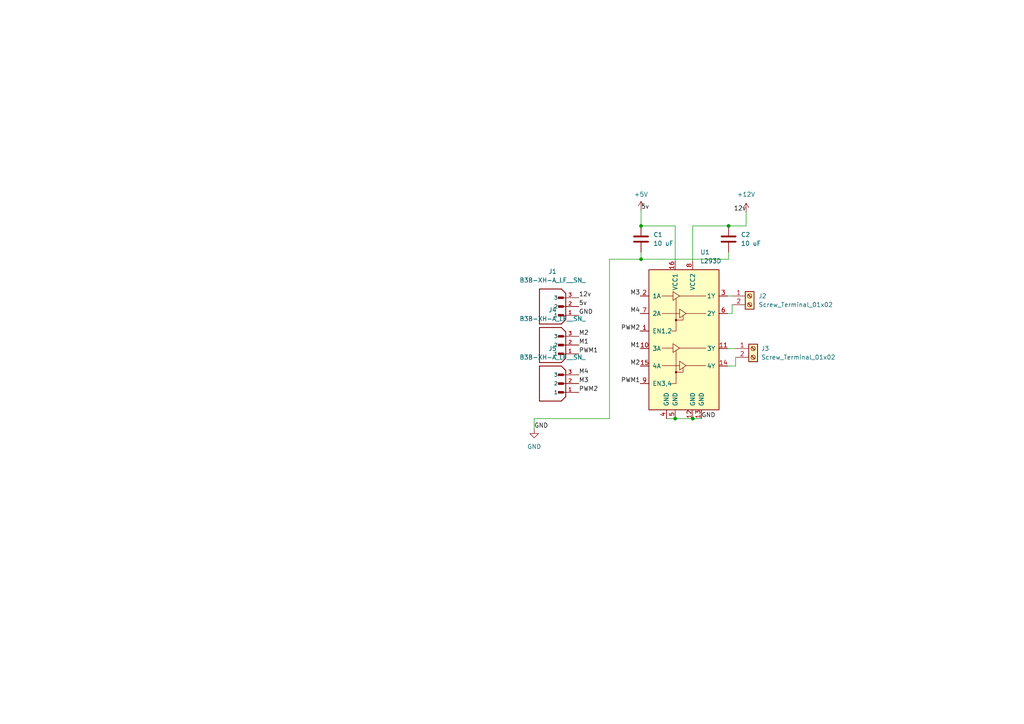
<source format=kicad_sch>
(kicad_sch (version 20231120) (generator "eeschema") (generator_version "8.0")
  (paper "A4")
  (lib_symbols
    (symbol "B3B-XH-A_LF__SN_:B3B-XH-A_LF__SN_" (pin_names (offset 1.016))
      (property "Reference" "J" (at -2.54 6.35 0))
      (property "Value" "B3B-XH-A_LF__SN_" (at -2.54 -7.62 0))
      (symbol "B3B-XH-A_LF__SN__0_0"
        (rectangle (start -3.175 -2.8575) (end -1.5875 -2.2225) (stroke (width 0.1)) (fill (type outline)))
        (rectangle (start -3.175 -0.3175) (end -1.5875 0.3175) (stroke (width 0.1)) (fill (type outline)))
        (rectangle (start -3.175 2.2225) (end -1.5875 2.8575) (stroke (width 0.1)) (fill (type outline)))
        (polyline (pts (xy -3.81 -3.81) (xy -2.54 -5.08)) (stroke (width 0.254)))
        (polyline (pts (xy -3.81 3.81) (xy -3.81 -3.81)) (stroke (width 0.254)))
        (polyline (pts (xy -3.81 3.81) (xy -2.54 5.08)) (stroke (width 0.254)))
        (polyline (pts (xy -2.54 -5.08) (xy 3.81 -5.08)) (stroke (width 0.254)))
        (polyline (pts (xy 3.81 -5.08) (xy 3.81 5.08)) (stroke (width 0.254)))
        (polyline (pts (xy 3.81 5.08) (xy -2.54 5.08)) (stroke (width 0.254)))
        (pin passive line (at -7.62 2.54 0) (length 5.08) (name "1") (number "1"))
        (pin passive line (at -7.62 0 0) (length 5.08) (name "2") (number "2"))
        (pin passive line (at -7.62 -2.54 0) (length 5.08) (name "3") (number "3"))
      )
    )
    (symbol "Connector:Screw_Terminal_01x02" (pin_names (offset 1.016) hide)
      (property "Reference" "J" (at 0 2.54 0))
      (property "Value" "Screw_Terminal_01x02" (at 0 -5.08 0))
      (symbol "Screw_Terminal_01x02_1_1"
        (rectangle (start -1.27 1.27) (end 1.27 -3.81) (stroke (width 0.254)) (fill (type background)))
        (circle (center 0 -2.54) (radius 0.635) (stroke (width 0.1524)))
        (polyline (pts (xy -0.5334 -2.2098) (xy 0.3302 -3.048)) (stroke (width 0.1524)))
        (polyline (pts (xy -0.5334 0.3302) (xy 0.3302 -0.508)) (stroke (width 0.1524)))
        (polyline (pts (xy -0.3556 -2.032) (xy 0.508 -2.8702)) (stroke (width 0.1524)))
        (polyline (pts (xy -0.3556 0.508) (xy 0.508 -0.3302)) (stroke (width 0.1524)))
        (circle (center 0 0) (radius 0.635) (stroke (width 0.1524)))
        (pin passive line (at -5.08 0 0) (length 3.81) (name "Pin_1") (number "1"))
        (pin passive line (at -5.08 -2.54 0) (length 3.81) (name "Pin_2") (number "2"))
      )
    )
    (symbol "Device:C" (pin_numbers hide) (pin_names (offset 0.254))
      (property "Reference" "C" (at 0.635 2.54 0))
      (property "Value" "C" (at 0.635 -2.54 0))
      (symbol "C_0_1"
        (polyline (pts (xy -2.032 -0.762) (xy 2.032 -0.762)) (stroke (width 0.508)))
        (polyline (pts (xy -2.032 0.762) (xy 2.032 0.762)) (stroke (width 0.508)))
      )
      (symbol "C_1_1"
        (pin passive line (at 0 3.81 270) (length 2.794) (name "~") (number "1"))
        (pin passive line (at 0 -3.81 90) (length 2.794) (name "~") (number "2"))
      )
    )
    (symbol "Driver_Motor:L293D" (pin_names (offset 1.016))
      (property "Reference" "U" (at -5.08 26.035 0))
      (property "Value" "L293D" (at -5.08 24.13 0))
      (symbol "L293D_0_1"
        (rectangle (start -10.16 22.86) (end 10.16 -17.78) (stroke (width 0.254)) (fill (type background)))
        (circle (center -2.286 -6.858) (radius 0.254) (fill (type outline)))
        (circle (center -2.286 8.255) (radius 0.254) (fill (type outline)))
        (polyline (pts (xy -6.35 -4.953) (xy -1.27 -4.953)))
        (polyline (pts (xy -6.35 0.127) (xy -3.175 0.127)))
        (polyline (pts (xy -6.35 10.16) (xy -1.27 10.16)))
        (polyline (pts (xy -6.35 15.24) (xy -3.175 15.24)))
        (polyline (pts (xy -1.27 0.127) (xy 6.35 0.127)))
        (polyline (pts (xy -1.27 15.24) (xy 6.35 15.24)))
        (polyline (pts (xy 0.635 -4.953) (xy 6.35 -4.953)))
        (polyline (pts (xy 0.635 10.16) (xy 6.35 10.16)))
        (polyline (pts (xy -2.286 -6.858) (xy -0.254 -6.858) (xy -0.254 -5.588)))
        (polyline (pts (xy -2.286 -0.635) (xy -2.286 -10.16) (xy -3.556 -10.16)))
        (polyline (pts (xy -2.286 8.255) (xy -0.254 8.255) (xy -0.254 9.525)))
        (polyline (pts (xy -2.286 14.478) (xy -2.286 5.08) (xy -3.556 5.08)))
        (polyline (pts (xy -3.175 1.397) (xy -3.175 -1.143) (xy -1.27 0.127) (xy -3.175 1.397)))
        (polyline (pts (xy -3.175 16.51) (xy -3.175 13.97) (xy -1.27 15.24) (xy -3.175 16.51)))
        (polyline (pts (xy -1.27 -3.683) (xy -1.27 -6.223) (xy 0.635 -4.953) (xy -1.27 -3.683)))
        (polyline (pts (xy -1.27 11.43) (xy -1.27 8.89) (xy 0.635 10.16) (xy -1.27 11.43)))
      )
      (symbol "L293D_1_1"
        (pin input line (at -12.7 5.08 0) (length 2.54) (name "EN1,2") (number "1"))
        (pin input line (at -12.7 0 0) (length 2.54) (name "3A") (number "10"))
        (pin output line (at 12.7 0 180) (length 2.54) (name "3Y") (number "11"))
        (pin power_in line (at 2.54 -20.32 90) (length 2.54) (name "GND") (number "12"))
        (pin power_in line (at 5.08 -20.32 90) (length 2.54) (name "GND") (number "13"))
        (pin output line (at 12.7 -5.08 180) (length 2.54) (name "4Y") (number "14"))
        (pin input line (at -12.7 -5.08 0) (length 2.54) (name "4A") (number "15"))
        (pin power_in line (at -2.54 25.4 270) (length 2.54) (name "VCC1") (number "16"))
        (pin input line (at -12.7 15.24 0) (length 2.54) (name "1A") (number "2"))
        (pin output line (at 12.7 15.24 180) (length 2.54) (name "1Y") (number "3"))
        (pin power_in line (at -5.08 -20.32 90) (length 2.54) (name "GND") (number "4"))
        (pin power_in line (at -2.54 -20.32 90) (length 2.54) (name "GND") (number "5"))
        (pin output line (at 12.7 10.16 180) (length 2.54) (name "2Y") (number "6"))
        (pin input line (at -12.7 10.16 0) (length 2.54) (name "2A") (number "7"))
        (pin power_in line (at 2.54 25.4 270) (length 2.54) (name "VCC2") (number "8"))
        (pin input line (at -12.7 -10.16 0) (length 2.54) (name "EN3,4") (number "9"))
      )
    )
    (symbol "power:+12V" (power) (pin_numbers hide) (pin_names (offset 0) hide)
      (property "Value" "+12V" (at 0 3.556 0))
      (symbol "+12V_0_1"
        (polyline (pts (xy -0.762 1.27) (xy 0 2.54)))
        (polyline (pts (xy 0 0) (xy 0 2.54)))
        (polyline (pts (xy 0 2.54) (xy 0.762 1.27)))
      )
      (symbol "+12V_1_1"
        (pin power_in line (at 0 0 90) (length 0) (name "~") (number "1"))
      )
    )
    (symbol "power:+5V" (power) (pin_numbers hide) (pin_names (offset 0) hide)
      (property "Value" "+5V" (at 0 3.556 0))
      (symbol "+5V_0_1"
        (polyline (pts (xy -0.762 1.27) (xy 0 2.54)))
        (polyline (pts (xy 0 0) (xy 0 2.54)))
        (polyline (pts (xy 0 2.54) (xy 0.762 1.27)))
      )
      (symbol "+5V_1_1"
        (pin power_in line (at 0 0 90) (length 0) (name "~") (number "1"))
      )
    )
    (symbol "power:GND" (power) (pin_numbers hide) (pin_names (offset 0) hide)
      (property "Value" "GND" (at 0 -3.81 0))
      (symbol "GND_0_1"
        (polyline (pts (xy 0 0) (xy 0 -1.27) (xy 1.27 -1.27) (xy 0 -2.54) (xy -1.27 -1.27) (xy 0 -1.27)))
      )
      (symbol "GND_1_1"
        (pin power_in line (at 0 0 270) (length 0) (name "~") (number "1"))
      )
    )
  )
  (junction (at 185.928 75.184))
  (junction (at 185.928 65.532))
  (junction (at 200.914 121.412))
  (junction (at 195.834 121.412))
  (junction (at 211.328 65.532))
  (wire (pts (xy 193.294 121.412) (xy 195.834 121.412)))
  (wire (pts (xy 185.928 60.96) (xy 185.928 65.532)))
  (wire (pts (xy 211.074 90.932) (xy 212.344 90.932)))
  (wire (pts (xy 211.074 85.852) (xy 212.344 85.852)))
  (wire (pts (xy 200.914 65.532) (xy 200.914 75.692)))
  (wire (pts (xy 154.94 121.412) (xy 176.784 121.412)))
  (wire (pts (xy 185.928 75.184) (xy 211.328 75.184)))
  (wire (pts (xy 213.36 106.172) (xy 213.36 103.632)))
  (wire (pts (xy 154.94 121.412) (xy 154.94 124.46)))
  (wire (pts (xy 176.784 75.184) (xy 176.784 121.412)))
  (wire (pts (xy 200.914 121.412) (xy 203.454 121.412)))
  (wire (pts (xy 176.784 75.184) (xy 185.928 75.184)))
  (wire (pts (xy 211.328 73.152) (xy 211.328 75.184)))
  (wire (pts (xy 200.914 65.532) (xy 211.328 65.532)))
  (wire (pts (xy 211.074 106.172) (xy 213.36 106.172)))
  (wire (pts (xy 185.928 65.532) (xy 195.834 65.532)))
  (wire (pts (xy 212.344 88.392) (xy 212.344 90.932)))
  (wire (pts (xy 211.074 101.092) (xy 213.36 101.092)))
  (wire (pts (xy 195.834 65.532) (xy 195.834 75.692)))
  (wire (pts (xy 216.408 61.468) (xy 216.408 65.532)))
  (wire (pts (xy 195.834 121.412) (xy 200.914 121.412)))
  (wire (pts (xy 185.928 73.152) (xy 185.928 75.184)))
  (wire (pts (xy 211.328 65.532) (xy 216.408 65.532)))
  (label "PWM1" (at 185.674 111.252 180))
  (label "M3" (at 185.674 85.852 180))
  (label "GND" (at 154.94 124.46 0))
  (label "PWM1" (at 167.894 102.616 0))
  (label "M2" (at 167.894 97.536 0))
  (label "PWM2" (at 185.674 96.012 180))
  (label "GND" (at 203.454 121.412 0))
  (label "M4" (at 167.894 108.712 0))
  (label "5v" (at 185.928 60.96 0))
  (label "5v" (at 167.894 88.9 0))
  (label "M4" (at 185.674 90.932 180))
  (label "12v" (at 216.408 61.468 180))
  (label "PWM2" (at 167.894 113.792 0))
  (label "M1" (at 167.894 100.076 0))
  (label "GND" (at 167.894 91.44 0))
  (label "M2" (at 185.674 106.172 180))
  (label "M3" (at 167.894 111.252 0))
  (label "12v" (at 167.894 86.36 0))
  (label "M1" (at 185.674 101.092 180))
  (symbol (lib_id "power:+12V") (at 216.408 61.468 0) (unit 1)
    (property "Reference" "#PWR01" (effects (hide yes)))
    (property "Value" "+12V" (at 216.408 56.388 0))
    (property "Description" "Power symbol creates a global label with name \"+12V\"" (effects (hide yes)))
  )
  (symbol (lib_id "Device:C") (at 185.928 69.342 180) (unit 1)
    (property "Reference" "C1" (at 189.484 68.0719 0) (effects (justify right)))
    (property "Value" "10 uF" (at 189.484 70.6119 0) (effects (justify right)))
    (property "Footprint" "Capacitor_SMD:C_0805_2012Metric" (effects (hide yes)))
    (property "Description" "Unpolarized capacitor" (effects (hide yes)))
  )
  (symbol (lib_id "Device:C") (at 211.328 69.342 180) (unit 1)
    (property "Reference" "C2" (at 214.884 68.0719 0) (effects (justify right)))
    (property "Value" "10 uF" (at 214.884 70.6119 0) (effects (justify right)))
    (property "Footprint" "Capacitor_SMD:C_0805_2012Metric" (effects (hide yes)))
    (property "Description" "Unpolarized capacitor" (effects (hide yes)))
  )
  (symbol (lib_id "B3B-XH-A_LF__SN_:B3B-XH-A_LF__SN_") (at 160.274 111.252 180) (unit 1)
    (property "Reference" "J5" (at 160.274 101.092 0))
    (property "Value" "B3B-XH-A_LF__SN_" (at 160.274 103.632 0))
    (property "Footprint" "B3B-XH-A_LF__SN_:JST_B3B-XH-A_LF__SN_" (effects (hide yes)))
    (property "MF" "JST Sales" (effects (hide yes)))
    (property "MAXIMUM_PACKAGE_HEIGHT" "7.00 mm" (effects (hide yes)))
    (property "Package" "None" (effects (hide yes)))
    (property "Price" "None" (effects (hide yes)))
    (property "Check_prices" "https://www.snapeda.com/parts/B3B-XH-A(LF)(SN)/JST+Sales+America+Inc./view-part/?ref=eda" (effects (hide yes)))
    (property "STANDARD" "Manufacturer Recommendations" (effects (hide yes)))
    (property "PARTREV" "7/4/21" (effects (hide yes)))
    (property "SnapEDA_Link" "https://www.snapeda.com/parts/B3B-XH-A(LF)(SN)/JST+Sales+America+Inc./view-part/?ref=snap" (effects (hide yes)))
    (property "MP" "B3B-XH-A(LF)(SN)" (effects (hide yes)))
    (property "Purchase-URL" "https://www.snapeda.com/api/url_track_click_mouser/?unipart_id=1692320&manufacturer=JST Sales&part_name=B3B-XH-A(LF)(SN)&search_term=b3b-xh-a(lf)(sn)" (effects (hide yes)))
    (property "Description_1" "\nConnector Header Through Hole 3 position 0.098 (2.50mm)\n" (effects (hide yes)))
    (property "Availability" "In Stock" (effects (hide yes)))
    (property "MANUFACTURER" "JST Sales America Inc." (effects (hide yes)))
  )
  (symbol (lib_id "Connector:Screw_Terminal_01x02") (at 217.424 85.852 0) (unit 1)
    (property "Reference" "J2" (at 219.964 85.8519 0) (effects (justify left)))
    (property "Value" "Screw_Terminal_01x02" (at 219.964 88.3919 0) (effects (justify left)))
    (property "Footprint" "TerminalBlock_Phoenix:TerminalBlock_Phoenix_MKDS-1,5-2-5.08_1x02_P5.08mm_Horizontal" (effects (hide yes)))
    (property "Description" "Generic screw terminal, single row, 01x02, script generated (kicad-library-utils/schlib/autogen/connector/)" (effects (hide yes)))
  )
  (symbol (lib_id "power:GND") (at 154.94 124.46 0) (unit 1)
    (property "Reference" "#PWR04" (effects (hide yes)))
    (property "Value" "GND" (at 154.94 129.54 0))
    (property "Description" "Power symbol creates a global label with name \"GND\" , ground" (effects (hide yes)))
  )
  (symbol (lib_id "Driver_Motor:L293D") (at 198.374 101.092 0) (unit 1)
    (property "Reference" "U1" (at 203.1081 73.152 0) (effects (justify left)))
    (property "Value" "L293D" (at 203.1081 75.692 0) (effects (justify left)))
    (property "Footprint" "Package_DIP:DIP-16_W7.62mm" (effects (hide yes)))
    (property "Datasheet" "http://www.ti.com/lit/ds/symlink/l293.pdf" (effects (hide yes)))
    (property "Description" "Quadruple Half-H Drivers" (effects (hide yes)))
  )
  (symbol (lib_id "power:+5V") (at 185.928 60.96 0) (unit 1)
    (property "Reference" "#PWR02" (effects (hide yes)))
    (property "Value" "+5V" (at 185.928 56.388 0))
    (property "Description" "Power symbol creates a global label with name \"+5V\"" (effects (hide yes)))
  )
  (symbol (lib_id "B3B-XH-A_LF__SN_:B3B-XH-A_LF__SN_") (at 160.274 100.076 180) (unit 1)
    (property "Reference" "J4" (at 160.274 89.916 0))
    (property "Value" "B3B-XH-A_LF__SN_" (at 160.274 92.456 0))
    (property "Footprint" "B3B-XH-A_LF__SN_:JST_B3B-XH-A_LF__SN_" (effects (hide yes)))
    (property "MF" "JST Sales" (effects (hide yes)))
    (property "MAXIMUM_PACKAGE_HEIGHT" "7.00 mm" (effects (hide yes)))
    (property "Package" "None" (effects (hide yes)))
    (property "Price" "None" (effects (hide yes)))
    (property "Check_prices" "https://www.snapeda.com/parts/B3B-XH-A(LF)(SN)/JST+Sales+America+Inc./view-part/?ref=eda" (effects (hide yes)))
    (property "STANDARD" "Manufacturer Recommendations" (effects (hide yes)))
    (property "PARTREV" "7/4/21" (effects (hide yes)))
    (property "SnapEDA_Link" "https://www.snapeda.com/parts/B3B-XH-A(LF)(SN)/JST+Sales+America+Inc./view-part/?ref=snap" (effects (hide yes)))
    (property "MP" "B3B-XH-A(LF)(SN)" (effects (hide yes)))
    (property "Purchase-URL" "https://www.snapeda.com/api/url_track_click_mouser/?unipart_id=1692320&manufacturer=JST Sales&part_name=B3B-XH-A(LF)(SN)&search_term=b3b-xh-a(lf)(sn)" (effects (hide yes)))
    (property "Description_1" "\nConnector Header Through Hole 3 position 0.098 (2.50mm)\n" (effects (hide yes)))
    (property "Availability" "In Stock" (effects (hide yes)))
    (property "MANUFACTURER" "JST Sales America Inc." (effects (hide yes)))
  )
  (symbol (lib_id "Connector:Screw_Terminal_01x02") (at 218.44 101.092 0) (unit 1)
    (property "Reference" "J3" (at 220.726 101.0919 0) (effects (justify left)))
    (property "Value" "Screw_Terminal_01x02" (at 220.726 103.6319 0) (effects (justify left)))
    (property "Footprint" "TerminalBlock_Phoenix:TerminalBlock_Phoenix_MKDS-1,5-2-5.08_1x02_P5.08mm_Horizontal" (effects (hide yes)))
    (property "Description" "Generic screw terminal, single row, 01x02, script generated (kicad-library-utils/schlib/autogen/connector/)" (effects (hide yes)))
  )
  (symbol (lib_id "B3B-XH-A_LF__SN_:B3B-XH-A_LF__SN_") (at 160.274 88.9 180) (unit 1)
    (property "Reference" "J1" (at 160.274 78.74 0))
    (property "Value" "B3B-XH-A_LF__SN_" (at 160.274 81.28 0))
    (property "Footprint" "B3B-XH-A_LF__SN_:JST_B3B-XH-A_LF__SN_" (effects (hide yes)))
    (property "MF" "JST Sales" (effects (hide yes)))
    (property "MAXIMUM_PACKAGE_HEIGHT" "7.00 mm" (effects (hide yes)))
    (property "Package" "None" (effects (hide yes)))
    (property "Price" "None" (effects (hide yes)))
    (property "Check_prices" "https://www.snapeda.com/parts/B3B-XH-A(LF)(SN)/JST+Sales+America+Inc./view-part/?ref=eda" (effects (hide yes)))
    (property "STANDARD" "Manufacturer Recommendations" (effects (hide yes)))
    (property "PARTREV" "7/4/21" (effects (hide yes)))
    (property "SnapEDA_Link" "https://www.snapeda.com/parts/B3B-XH-A(LF)(SN)/JST+Sales+America+Inc./view-part/?ref=snap" (effects (hide yes)))
    (property "MP" "B3B-XH-A(LF)(SN)" (effects (hide yes)))
    (property "Purchase-URL" "https://www.snapeda.com/api/url_track_click_mouser/?unipart_id=1692320&manufacturer=JST Sales&part_name=B3B-XH-A(LF)(SN)&search_term=b3b-xh-a(lf)(sn)" (effects (hide yes)))
    (property "Description_1" "\nConnector Header Through Hole 3 position 0.098 (2.50mm)\n" (effects (hide yes)))
    (property "Availability" "In Stock" (effects (hide yes)))
    (property "MANUFACTURER" "JST Sales America Inc." (effects (hide yes)))
  )
)
</source>
